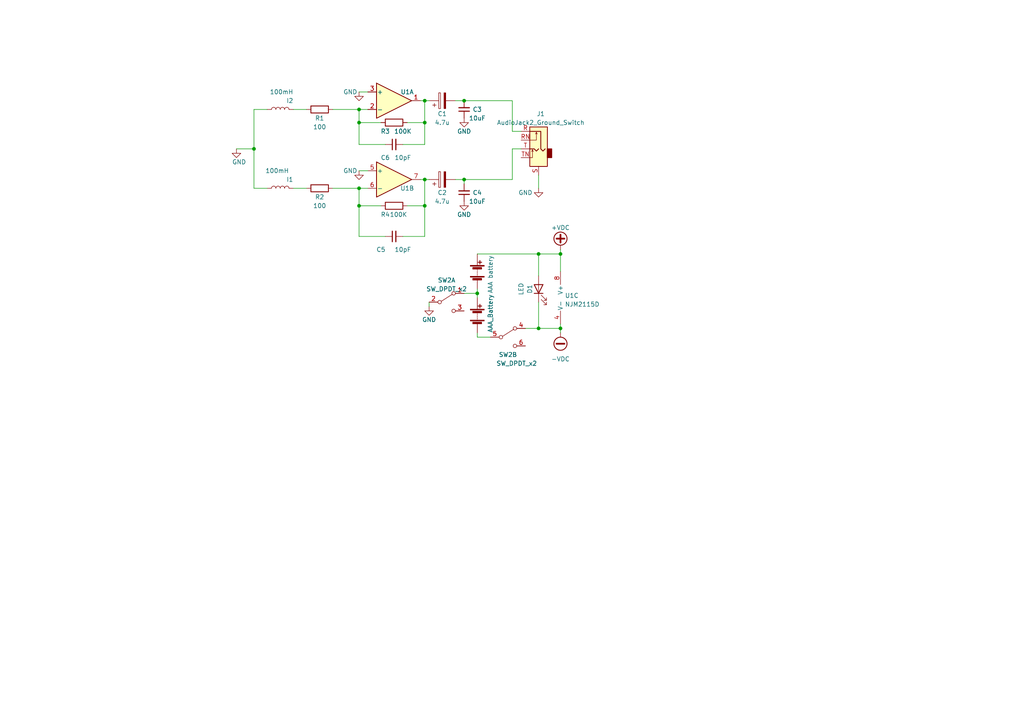
<source format=kicad_sch>
(kicad_sch (version 20230121) (generator eeschema)
  (paper "A4")
  (lib_symbols
    (symbol "Amplifier_Operational:LM358" (pin_names (offset 0.127))
      (property "Reference" "U" (at 0 5.08 0))
      (property "Value" "LM358" (at 0 -5.08 0))
      (symbol "LM358_1_1"
        (polyline (pts (xy -5.08 5.08) (xy 5.08 0) (xy -5.08 -5.08) (xy -5.08 5.08)) (stroke (width 0.254)) (fill (type background)))
        (pin output line (at 7.62 0 180) (length 2.54) (name "~") (number "1"))
        (pin input line (at -7.62 -2.54 0) (length 2.54) (name "-") (number "2"))
        (pin input line (at -7.62 2.54 0) (length 2.54) (name "+") (number "3"))
      )
      (symbol "LM358_2_1"
        (polyline (pts (xy -5.08 5.08) (xy 5.08 0) (xy -5.08 -5.08) (xy -5.08 5.08)) (stroke (width 0.254)) (fill (type background)))
        (pin input line (at -7.62 2.54 0) (length 2.54) (name "+") (number "5"))
        (pin input line (at -7.62 -2.54 0) (length 2.54) (name "-") (number "6"))
        (pin output line (at 7.62 0 180) (length 2.54) (name "~") (number "7"))
      )
      (symbol "LM358_3_1"
        (pin power_in line (at -2.54 -7.62 90) (length 3.81) (name "V-") (number "4"))
        (pin power_in line (at -2.54 7.62 270) (length 3.81) (name "V+") (number "8"))
      )
    )
    (symbol "Connector_Audio:AudioJack2_Ground_Switch"
      (property "Reference" "J1" (at -0.635 10.16 0))
      (property "Value" "AudioJack2_Ground_Switch" (at -0.635 7.62 0))
      (symbol "AudioJack2_Ground_Switch_0_1"
        (rectangle (start -2.54 -2.54) (end -3.81 0) (stroke (width 0.254)) (fill (type outline)))
        (rectangle (start 2.54 6.35) (end -2.54 -5.08) (stroke (width 0.254)) (fill (type background)))
      )
      (symbol "AudioJack2_Ground_Switch_1_1"
        (polyline (pts (xy 0.635 4.826) (xy 0.889 4.318)))
        (polyline (pts (xy 1.778 -0.254) (xy 2.032 -0.762)))
        (polyline (pts (xy 0 0) (xy 0.635 -0.635) (xy 1.27 0) (xy 2.54 0)) (stroke (width 0.254)))
        (polyline (pts (xy 2.54 -2.54) (xy 1.778 -2.54) (xy 1.778 -0.254) (xy 1.524 -0.762)))
        (polyline (pts (xy 2.54 2.54) (xy 0.635 2.54) (xy 0.635 4.826) (xy 0.381 4.318)))
        (polyline (pts (xy 2.54 5.08) (xy -0.635 5.08) (xy -0.635 0) (xy -1.27 -0.635) (xy -1.905 0)) (stroke (width 0.254)))
        (pin passive line (at 5.08 5.08 180) (length 2.54) (name "~") (number "R"))
        (pin passive line (at 5.08 2.54 180) (length 2.54) (name "~") (number "RN"))
        (pin passive line (at 0 -7.62 90) (length 2.54) (name "~") (number "S"))
        (pin passive line (at 5.08 0 180) (length 2.54) (name "~") (number "T"))
        (pin passive line (at 5.08 -2.54 180) (length 2.54) (name "~") (number "TN"))
      )
    )
    (symbol "Device:Battery" (pin_numbers hide) (pin_names (offset 0) hide)
      (property "Reference" "BT" (at 2.54 2.54 0))
      (property "Value" "Battery" (at 2.54 0 0))
      (symbol "Battery_0_1"
        (rectangle (start -2.032 -1.397) (end 2.032 -1.651) (fill (type outline)))
        (rectangle (start -2.032 1.778) (end 2.032 1.524) (fill (type outline)))
        (rectangle (start -1.3208 -1.9812) (end 1.27 -2.4892) (fill (type outline)))
        (rectangle (start -1.3208 1.1938) (end 1.27 0.6858) (fill (type outline)))
        (polyline (pts (xy 0 -1.524) (xy 0 -1.27)))
        (polyline (pts (xy 0 -1.016) (xy 0 -0.762)))
        (polyline (pts (xy 0 -0.508) (xy 0 -0.254)))
        (polyline (pts (xy 0 0) (xy 0 0.254)))
        (polyline (pts (xy 0 0.508) (xy 0 0.762)))
        (polyline (pts (xy 0 1.778) (xy 0 2.54)))
        (polyline (pts (xy 0.254 2.667) (xy 1.27 2.667)) (stroke (width 0.254)))
        (polyline (pts (xy 0.762 3.175) (xy 0.762 2.159)) (stroke (width 0.254)))
      )
      (symbol "Battery_1_1"
        (pin passive line (at 0 5.08 270) (length 2.54) (name "+") (number "1"))
        (pin passive line (at 0 -5.08 90) (length 2.54) (name "-") (number "2"))
      )
    )
    (symbol "Device:C_Polarized" (pin_numbers hide) (pin_names (offset 0.254))
      (property "Reference" "C" (at 0.635 2.54 0))
      (property "Value" "C_Polarized" (at 0.635 -2.54 0))
      (symbol "C_Polarized_0_1"
        (rectangle (start -2.286 0.508) (end 2.286 1.016))
        (polyline (pts (xy -1.778 2.286) (xy -0.762 2.286)))
        (polyline (pts (xy -1.27 2.794) (xy -1.27 1.778)))
        (rectangle (start 2.286 -0.508) (end -2.286 -1.016) (fill (type outline)))
      )
      (symbol "C_Polarized_1_1"
        (pin passive line (at 0 3.81 270) (length 2.794) (name "~") (number "1"))
        (pin passive line (at 0 -3.81 90) (length 2.794) (name "~") (number "2"))
      )
    )
    (symbol "Device:C_Small" (pin_numbers hide) (pin_names (offset 0.254) hide)
      (property "Reference" "C" (at 0.254 1.778 0))
      (property "Value" "C_Small" (at 0.254 -2.032 0))
      (symbol "C_Small_0_1"
        (polyline (pts (xy -1.524 -0.508) (xy 1.524 -0.508)) (stroke (width 0.3302)))
        (polyline (pts (xy -1.524 0.508) (xy 1.524 0.508)) (stroke (width 0.3048)))
      )
      (symbol "C_Small_1_1"
        (pin passive line (at 0 2.54 270) (length 2.032) (name "~") (number "1"))
        (pin passive line (at 0 -2.54 90) (length 2.032) (name "~") (number "2"))
      )
    )
    (symbol "Device:L" (pin_numbers hide) (pin_names (offset 1.016) hide)
      (property "Reference" "L" (at -1.27 0 90))
      (property "Value" "L" (at 1.905 0 90))
      (symbol "L_0_1"
        (arc (start 0 -2.54) (mid 0.6323 -1.905) (end 0 -1.27))
        (arc (start 0 -1.27) (mid 0.6323 -0.635) (end 0 0))
        (arc (start 0 0) (mid 0.6323 0.635) (end 0 1.27))
        (arc (start 0 1.27) (mid 0.6323 1.905) (end 0 2.54))
      )
      (symbol "L_1_1"
        (pin passive line (at 0 3.81 270) (length 1.27) (name "1") (number "1"))
        (pin passive line (at 0 -3.81 90) (length 1.27) (name "2") (number "2"))
      )
    )
    (symbol "Device:LED" (pin_numbers hide) (pin_names (offset 1.016) hide)
      (property "Reference" "D" (at 0 2.54 0))
      (property "Value" "LED" (at 0 -2.54 0))
      (symbol "LED_0_1"
        (polyline (pts (xy -1.27 -1.27) (xy -1.27 1.27)) (stroke (width 0.254)))
        (polyline (pts (xy -1.27 0) (xy 1.27 0)))
        (polyline (pts (xy 1.27 -1.27) (xy 1.27 1.27) (xy -1.27 0) (xy 1.27 -1.27)) (stroke (width 0.254)))
        (polyline (pts (xy -3.048 -0.762) (xy -4.572 -2.286) (xy -3.81 -2.286) (xy -4.572 -2.286) (xy -4.572 -1.524)))
        (polyline (pts (xy -1.778 -0.762) (xy -3.302 -2.286) (xy -2.54 -2.286) (xy -3.302 -2.286) (xy -3.302 -1.524)))
      )
      (symbol "LED_1_1"
        (pin passive line (at -3.81 0 0) (length 2.54) (name "K") (number "1"))
        (pin passive line (at 3.81 0 180) (length 2.54) (name "A") (number "2"))
      )
    )
    (symbol "Device:R" (pin_numbers hide) (pin_names (offset 0))
      (property "Reference" "R" (at 2.032 0 90))
      (property "Value" "R" (at 0 0 90))
      (symbol "R_0_1"
        (rectangle (start -1.016 -2.54) (end 1.016 2.54) (stroke (width 0.254)))
      )
      (symbol "R_1_1"
        (pin passive line (at 0 3.81 270) (length 1.27) (name "~") (number "1"))
        (pin passive line (at 0 -3.81 90) (length 1.27) (name "~") (number "2"))
      )
    )
    (symbol "SW_DPDT_x2_1" (pin_names (offset 0) hide)
      (property "Reference" "SW" (at 0 4.318 0))
      (property "Value" "SW_DPDT_x2" (at 0 -5.08 0))
      (symbol "SW_DPDT_x2_1_0_0"
        (circle (center -2.032 0) (radius 0.508))
        (circle (center 2.032 -2.54) (radius 0.508))
      )
      (symbol "SW_DPDT_x2_1_0_1"
        (polyline (pts (xy -1.524 0.254) (xy 1.651 2.286)))
        (circle (center 2.032 2.54) (radius 0.508))
      )
      (symbol "SW_DPDT_x2_1_1_1"
        (pin passive line (at 5.08 2.54 180) (length 2.54) (name "A") (number "1"))
        (pin passive line (at -5.08 0 0) (length 2.54) (name "B") (number "2"))
        (pin passive line (at 5.08 -2.54 180) (length 2.54) (name "C") (number "3"))
      )
      (symbol "SW_DPDT_x2_1_2_1"
        (pin passive line (at 5.08 2.54 180) (length 2.54) (name "A") (number "4"))
        (pin passive line (at -5.08 0 0) (length 2.54) (name "B") (number "5"))
        (pin passive line (at 5.08 -2.54 180) (length 2.54) (name "C") (number "6"))
      )
    )
    (symbol "power:+VDC" (power) (pin_names (offset 0))
      (property "Value" "+VDC" (at 0 6.35 0))
      (symbol "+VDC_0_1"
        (polyline (pts (xy -1.143 3.175) (xy 1.143 3.175)) (stroke (width 0.508)))
        (polyline (pts (xy 0 0) (xy 0 1.27)))
        (polyline (pts (xy 0 2.032) (xy 0 4.318)) (stroke (width 0.508)))
        (circle (center 0 3.175) (radius 1.905) (stroke (width 0.254)))
      )
      (symbol "+VDC_1_1"
        (pin power_in line (at 0 0 90) (length 0) hide (name "+VDC") (number "1"))
      )
    )
    (symbol "power:-VDC" (power) (pin_names (offset 0))
      (property "Value" "-VDC" (at 0 6.35 0))
      (symbol "-VDC_0_1"
        (polyline (pts (xy -1.143 3.175) (xy 1.143 3.175)) (stroke (width 0.508)))
        (polyline (pts (xy 0 0) (xy 0 1.27)))
        (circle (center 0 3.175) (radius 1.905) (stroke (width 0.254)))
      )
      (symbol "-VDC_1_1"
        (pin power_in line (at 0 0 90) (length 0) hide (name "-VDC") (number "1"))
      )
    )
    (symbol "power:GND" (power) (pin_names (offset 0))
      (property "Value" "GND" (at 0 -3.81 0))
      (symbol "GND_0_1"
        (polyline (pts (xy 0 0) (xy 0 -1.27) (xy 1.27 -1.27) (xy 0 -2.54) (xy -1.27 -1.27) (xy 0 -1.27)))
      )
      (symbol "GND_1_1"
        (pin power_in line (at 0 0 270) (length 0) hide (name "GND") (number "1"))
      )
    )
  )
  (junction (at 73.66 43.18))
  (junction (at 123.19 35.56))
  (junction (at 123.19 59.69))
  (junction (at 134.62 52.07))
  (junction (at 123.19 52.07))
  (junction (at 104.14 54.61))
  (junction (at 138.43 85.09))
  (junction (at 134.62 29.21))
  (junction (at 162.56 95.25))
  (junction (at 104.14 31.75))
  (junction (at 104.14 59.69))
  (junction (at 156.21 95.25))
  (junction (at 162.56 73.66))
  (junction (at 104.14 35.56))
  (junction (at 123.19 29.21))
  (junction (at 156.21 73.66))
  (wire (pts (xy 156.21 73.66) (xy 156.21 80.01)))
  (wire (pts (xy 104.14 68.58) (xy 104.14 59.69)))
  (wire (pts (xy 148.59 29.21) (xy 148.59 38.1)))
  (wire (pts (xy 156.21 73.66) (xy 162.56 73.66)))
  (wire (pts (xy 123.19 52.07) (xy 124.46 52.07)))
  (wire (pts (xy 85.09 31.75) (xy 88.9 31.75)))
  (wire (pts (xy 121.92 52.07) (xy 123.19 52.07)))
  (wire (pts (xy 134.62 85.09) (xy 138.43 85.09)))
  (wire (pts (xy 104.14 35.56) (xy 110.49 35.56)))
  (wire (pts (xy 138.43 73.66) (xy 156.21 73.66)))
  (wire (pts (xy 123.19 68.58) (xy 123.19 59.69)))
  (wire (pts (xy 118.11 35.56) (xy 123.19 35.56)))
  (wire (pts (xy 162.56 73.66) (xy 162.56 78.74)))
  (wire (pts (xy 138.43 85.09) (xy 138.43 86.36)))
  (wire (pts (xy 123.19 29.21) (xy 121.92 29.21)))
  (wire (pts (xy 123.19 41.91) (xy 123.19 35.56)))
  (wire (pts (xy 148.59 43.18) (xy 148.59 52.07)))
  (wire (pts (xy 152.4 95.25) (xy 156.21 95.25)))
  (wire (pts (xy 104.14 59.69) (xy 110.49 59.69)))
  (wire (pts (xy 134.62 52.07) (xy 148.59 52.07)))
  (wire (pts (xy 132.08 29.21) (xy 134.62 29.21)))
  (wire (pts (xy 162.56 72.39) (xy 162.56 73.66)))
  (wire (pts (xy 85.09 54.61) (xy 88.9 54.61)))
  (wire (pts (xy 156.21 50.8) (xy 156.21 54.61)))
  (wire (pts (xy 104.14 49.53) (xy 106.68 49.53)))
  (wire (pts (xy 123.19 29.21) (xy 124.46 29.21)))
  (wire (pts (xy 138.43 83.82) (xy 138.43 85.09)))
  (wire (pts (xy 116.84 41.91) (xy 123.19 41.91)))
  (wire (pts (xy 73.66 43.18) (xy 68.58 43.18)))
  (wire (pts (xy 104.14 31.75) (xy 104.14 35.56)))
  (wire (pts (xy 162.56 93.98) (xy 162.56 95.25)))
  (wire (pts (xy 104.14 26.67) (xy 106.68 26.67)))
  (wire (pts (xy 124.46 87.63) (xy 124.46 88.9)))
  (wire (pts (xy 162.56 95.25) (xy 162.56 96.52)))
  (wire (pts (xy 138.43 97.79) (xy 142.24 97.79)))
  (wire (pts (xy 111.76 41.91) (xy 104.14 41.91)))
  (wire (pts (xy 156.21 87.63) (xy 156.21 95.25)))
  (wire (pts (xy 134.62 29.21) (xy 148.59 29.21)))
  (wire (pts (xy 96.52 31.75) (xy 104.14 31.75)))
  (wire (pts (xy 116.84 68.58) (xy 123.19 68.58)))
  (wire (pts (xy 134.62 53.34) (xy 134.62 52.07)))
  (wire (pts (xy 104.14 41.91) (xy 104.14 35.56)))
  (wire (pts (xy 138.43 97.79) (xy 138.43 96.52)))
  (wire (pts (xy 96.52 54.61) (xy 104.14 54.61)))
  (wire (pts (xy 111.76 68.58) (xy 104.14 68.58)))
  (wire (pts (xy 132.08 52.07) (xy 134.62 52.07)))
  (wire (pts (xy 151.13 38.1) (xy 148.59 38.1)))
  (wire (pts (xy 77.47 54.61) (xy 73.66 54.61)))
  (wire (pts (xy 104.14 31.75) (xy 106.68 31.75)))
  (wire (pts (xy 123.19 35.56) (xy 123.19 29.21)))
  (wire (pts (xy 77.47 31.75) (xy 73.66 31.75)))
  (wire (pts (xy 73.66 54.61) (xy 73.66 43.18)))
  (wire (pts (xy 73.66 31.75) (xy 73.66 43.18)))
  (wire (pts (xy 123.19 59.69) (xy 123.19 52.07)))
  (wire (pts (xy 104.14 54.61) (xy 104.14 59.69)))
  (wire (pts (xy 148.59 43.18) (xy 151.13 43.18)))
  (wire (pts (xy 156.21 95.25) (xy 162.56 95.25)))
  (wire (pts (xy 104.14 54.61) (xy 106.68 54.61)))
  (wire (pts (xy 118.11 59.69) (xy 123.19 59.69)))
  (symbol (lib_id "Device:R") (at 114.3 35.56 90) (unit 1)
    (property "Reference" "R3" (at 111.76 38.1 90))
    (property "Value" "100K" (at 116.84 38.1 90))
    (property "Footprint" "Resistor_THT:R_Axial_DIN0207_L6.3mm_D2.5mm_P7.62mm_Horizontal" (effects hide))
  )
  (symbol (lib_id "power:-VDC") (at 162.56 96.52 180) (unit 1)
    (property "Reference" "#PWR08" (effects hide))
    (property "Value" "-VDC" (at 162.56 104.14 0))
  )
  (symbol (lib_id "power:GND") (at 104.14 49.53 0) (unit 1)
    (property "Reference" "#PWR03" (effects hide))
    (property "Value" "GND" (at 101.6 49.53 0))
  )
  (symbol (lib_id "Device:C_Polarized") (at 128.27 29.21 90) (unit 1)
    (property "Reference" "C1" (at 128.27 33.02 90))
    (property "Value" "4.7u" (at 128.27 35.56 90))
    (property "Footprint" "Capacitor_THT:CP_Radial_D4.0mm_P2.54mm" (effects hide))
    (property "Sim.Device" "C" (effects hide))
    (property "Sim.Pins" "1=+ 2=-" (effects hide))
  )
  (symbol (lib_id "Device:C_Small") (at 114.3 41.91 90) (unit 1)
    (property "Reference" "C6" (at 111.76 45.72 90))
    (property "Value" "10pF" (at 116.84 45.72 90))
  )
  (symbol (lib_id "Amplifier_Operational:LM358") (at 114.3 52.07 0) (unit 2)
    (property "Reference" "U1" (at 118.11 54.61 0))
    (property "Value" "NJM2115D" (effects hide))
    (property "Footprint" "Package_DIP:DIP-8_W7.62mm" (effects hide))
    (property "Sim.Library" "/Users/DRC/Downloads/MCP6001 2.lib" (effects hide))
    (property "Sim.Name" "MCP6001" (effects hide))
    (property "Sim.Device" "SUBCKT" (effects hide))
    (property "Sim.Pins" "1=1 2=2 3=3 4=4 5=5" (effects hide))
  )
  (symbol (lib_id "Device:R") (at 114.3 59.69 90) (unit 1)
    (property "Reference" "R4" (at 111.76 62.23 90))
    (property "Value" "100K" (at 115.57 62.23 90))
    (property "Footprint" "Resistor_THT:R_Axial_DIN0207_L6.3mm_D2.5mm_P7.62mm_Horizontal" (effects hide))
  )
  (symbol (lib_id "Device:Battery") (at 138.43 78.74 0) (unit 1)
    (property "Reference" "Spring_side->1" (effects hide))
    (property "Value" "AAA battery" (at 142.24 85.09 90) (effects (justify left)))
    (property "Footprint" "Battery:BatteryHolder_Keystone_2466_1xAAA" (effects hide))
    (property "Sim.Device" "V" (effects hide))
    (property "Sim.Type" "DC" (effects hide))
    (property "Sim.Pins" "1=+ 2=-" (effects hide))
    (property "Sim.Params" "dc=1.5" (effects hide))
  )
  (symbol (lib_id "Device:R") (at 92.71 54.61 90) (unit 1)
    (property "Reference" "R2" (at 92.71 57.15 90))
    (property "Value" "100" (at 92.71 59.69 90))
    (property "Footprint" "Resistor_THT:R_Axial_DIN0207_L6.3mm_D2.5mm_P7.62mm_Horizontal" (effects hide))
    (property "Sim.Device" "R" (effects hide))
    (property "Sim.Pins" "1=+ 2=-" (effects hide))
  )
  (symbol (lib_id "Device:L") (at 81.28 54.61 90) (unit 1)
    (property "Reference" "I1" (at 85.09 52.07 90) (effects (justify left)))
    (property "Value" "100mH" (at 83.82 49.53 90) (effects (justify left)))
    (property "Footprint" "Inductor_THT:Inductor_D5.0mm_Horizontal_O3.81mm_Z9.0mm" (effects hide))
  )
  (symbol (lib_id "power:GND") (at 134.62 34.29 0) (unit 1)
    (property "Reference" "#PWR04" (effects hide))
    (property "Value" "GND" (at 134.62 38.1 0))
  )
  (symbol (lib_id "power:+VDC") (at 162.56 72.39 0) (unit 1)
    (property "Reference" "#PWR07" (effects hide))
    (property "Value" "+VDC" (at 162.56 66.04 0))
  )
  (symbol (lib_id "Device:C_Small") (at 114.3 68.58 90) (unit 1)
    (property "Reference" "C5" (at 110.49 72.39 90))
    (property "Value" "10pF" (at 116.84 72.39 90))
  )
  (symbol (lib_id "Amplifier_Operational:LM358") (at 114.3 29.21 0) (unit 1)
    (property "Reference" "U1" (at 118.11 26.67 0))
    (property "Value" "NJM2115D" (effects hide))
    (property "Footprint" "Package_DIP:DIP-8_W7.62mm" (effects hide))
    (property "Sim.Library" "/Users/DRC/Downloads/MCP6001 2.lib" (effects hide))
    (property "Sim.Name" "MCP6001" (effects hide))
    (property "Sim.Device" "SUBCKT" (effects hide))
    (property "Sim.Pins" "1=1 2=2 3=3 4=4 5=5" (effects hide))
  )
  (symbol (lib_name "SW_DPDT_x2_1") (lib_id "Switch:SW_DPDT_x2") (at 129.54 87.63 0) (unit 1)
    (property "Reference" "SW2" (at 129.54 81.28 0))
    (property "Value" "SW_DPDT_x2" (at 129.54 83.82 0))
    (property "Footprint" "Button_Switch_THT:SW_CuK_JS202011AQN_DPDT_Angled" (effects hide))
  )
  (symbol (lib_id "Device:C_Small") (at 134.62 31.75 180) (unit 1)
    (property "Reference" "C3" (at 138.43 31.75 0))
    (property "Value" "10uF" (at 138.43 34.29 0))
    (property "Footprint" "Capacitor_THT:C_Disc_D4.3mm_W1.9mm_P5.00mm" (effects hide))
    (property "Sim.Device" "C" (effects hide))
    (property "Sim.Pins" "1=+ 2=-" (effects hide))
  )
  (symbol (lib_id "power:GND") (at 134.62 58.42 0) (unit 1)
    (property "Reference" "#PWR05" (effects hide))
    (property "Value" "GND" (at 134.62 62.23 0))
  )
  (symbol (lib_id "power:GND") (at 68.58 43.18 0) (unit 1)
    (property "Reference" "#PWR01" (effects hide))
    (property "Value" "GND" (at 67.31 46.99 0) (effects (justify left)))
  )
  (symbol (lib_id "Connector_Audio:AudioJack2_Ground_Switch") (at 156.21 43.18 0) (mirror y) (unit 1)
    (property "Reference" "J1" (at 156.845 33.02 0))
    (property "Value" "AudioJack2_Ground_Switch" (at 156.845 35.56 0))
    (property "Footprint" "Connector_Audio:Jack_3.5mm_CUI_SJ1-3525N_Horizontal" (effects hide))
  )
  (symbol (lib_id "Device:L") (at 81.28 31.75 90) (unit 1)
    (property "Reference" "I2" (at 85.09 29.21 90) (effects (justify left)))
    (property "Value" "100mH" (at 85.09 26.67 90) (effects (justify left)))
    (property "Footprint" "Inductor_THT:Inductor_D5.0mm_Horizontal_O3.81mm_Z9.0mm" (effects hide))
  )
  (symbol (lib_id "Device:C_Polarized") (at 128.27 52.07 90) (unit 1)
    (property "Reference" "C2" (at 128.27 55.88 90))
    (property "Value" "4.7u" (at 128.27 58.42 90))
    (property "Footprint" "Capacitor_THT:CP_Radial_D4.0mm_P2.54mm" (effects hide))
    (property "Sim.Device" "C" (effects hide))
    (property "Sim.Pins" "1=+ 2=-" (effects hide))
  )
  (symbol (lib_id "Amplifier_Operational:LM358") (at 165.1 86.36 0) (unit 3)
    (property "Reference" "U1" (at 163.83 85.725 0) (effects (justify left)))
    (property "Value" "NJM2115D" (at 163.83 88.265 0) (effects (justify left)))
    (property "Footprint" "Package_DIP:DIP-8_W7.62mm" (effects hide))
    (property "Sim.Library" "/Users/DRC/Downloads/MCP6001 2.lib" (effects hide))
    (property "Sim.Name" "MCP6001" (effects hide))
    (property "Sim.Device" "SUBCKT" (effects hide))
    (property "Sim.Pins" "1=1 2=2 3=3 4=4 5=5" (effects hide))
  )
  (symbol (lib_id "Device:R") (at 92.71 31.75 90) (unit 1)
    (property "Reference" "R1" (at 92.71 34.29 90))
    (property "Value" "100" (at 92.71 36.83 90))
    (property "Footprint" "Resistor_THT:R_Axial_DIN0207_L6.3mm_D2.5mm_P7.62mm_Horizontal" (effects hide))
  )
  (symbol (lib_id "power:GND") (at 156.21 54.61 0) (unit 1)
    (property "Reference" "#PWR09" (effects hide))
    (property "Value" "GND" (at 152.4 55.88 0))
  )
  (symbol (lib_id "Device:LED") (at 156.21 83.82 90) (unit 1)
    (property "Reference" "D1" (at 153.67 83.82 0))
    (property "Value" "LED" (at 151.13 83.82 0))
    (property "Footprint" "LED_THT:LED_D5.0mm_Horizontal_O1.27mm_Z9.0mm" (effects hide))
  )
  (symbol (lib_name "SW_DPDT_x2_1") (lib_id "Switch:SW_DPDT_x2") (at 147.32 97.79 0) (unit 2)
    (property "Reference" "SW2" (at 147.32 102.87 0))
    (property "Value" "SW_DPDT_x2" (at 149.86 105.41 0))
    (property "Footprint" "Button_Switch_THT:SW_CuK_JS202011AQN_DPDT_Angled" (effects hide))
  )
  (symbol (lib_id "power:GND") (at 104.14 26.67 0) (unit 1)
    (property "Reference" "#PWR02" (effects hide))
    (property "Value" "GND" (at 101.6 26.67 0))
  )
  (symbol (lib_id "power:GND") (at 124.46 88.9 0) (unit 1)
    (property "Reference" "#PWR06" (effects hide))
    (property "Value" "GND" (at 124.46 92.71 0))
  )
  (symbol (lib_id "Device:Battery") (at 138.43 91.44 0) (unit 1)
    (property "Reference" "<-_Spring_side_1" (effects hide))
    (property "Value" "AAA_Battery" (at 142.24 96.52 90) (effects (justify left)))
    (property "Footprint" "Battery:BatteryHolder_Keystone_2466_1xAAA" (effects hide))
    (property "Sim.Device" "V" (effects hide))
    (property "Sim.Type" "DC" (effects hide))
    (property "Sim.Pins" "1=+ 2=-" (effects hide))
    (property "Sim.Params" "dc=1.5" (effects hide))
  )
  (symbol (lib_id "Device:C_Small") (at 134.62 55.88 180) (unit 1)
    (property "Reference" "C4" (at 138.43 55.88 0))
    (property "Value" "10uF" (at 138.43 58.42 0))
    (property "Footprint" "Capacitor_THT:C_Disc_D4.3mm_W1.9mm_P5.00mm" (effects hide))
    (property "Sim.Device" "C" (effects hide))
    (property "Sim.Pins" "1=+ 2=-" (effects hide))
  )
)
</source>
